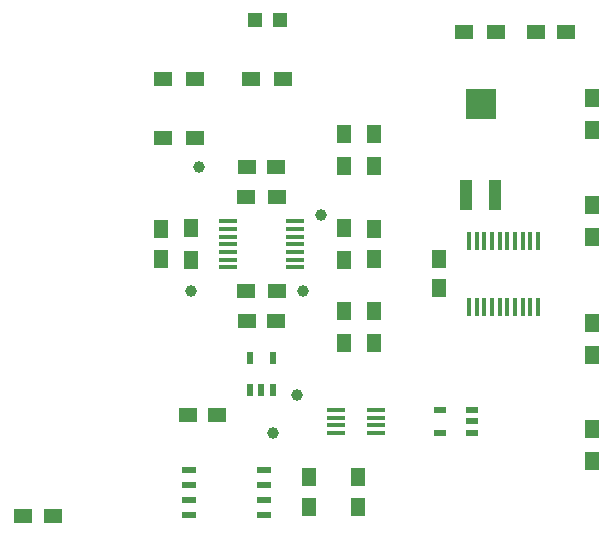
<source format=gtp>
G04 #@! TF.FileFunction,Paste,Top*
%FSLAX46Y46*%
G04 Gerber Fmt 4.6, Leading zero omitted, Abs format (unit mm)*
G04 Created by KiCad (PCBNEW 4.0.6) date 03/10/17 18:24:38*
%MOMM*%
%LPD*%
G01*
G04 APERTURE LIST*
%ADD10C,0.150000*%
%ADD11R,1.250000X1.500000*%
%ADD12R,1.500000X1.250000*%
%ADD13R,1.198880X1.198880*%
%ADD14R,1.300000X1.500000*%
%ADD15R,1.500000X1.300000*%
%ADD16R,1.600000X0.350000*%
%ADD17R,0.600000X1.050000*%
%ADD18R,1.600000X0.300000*%
%ADD19R,0.350000X1.600000*%
%ADD20R,1.050000X0.600000*%
%ADD21R,2.500000X2.500000*%
%ADD22R,1.000000X2.500000*%
%ADD23R,1.143000X0.508000*%
%ADD24C,1.000000*%
G04 APERTURE END LIST*
D10*
D11*
X169000000Y-65250000D03*
X169000000Y-67750000D03*
D12*
X158250000Y-60000000D03*
X160750000Y-60000000D03*
D11*
X151000000Y-65250000D03*
X151000000Y-67750000D03*
D12*
X158250000Y-73000000D03*
X160750000Y-73000000D03*
X153250000Y-81000000D03*
X155750000Y-81000000D03*
D11*
X174500000Y-70250000D03*
X174500000Y-67750000D03*
D12*
X182750000Y-48500000D03*
X185250000Y-48500000D03*
D13*
X161049020Y-47500000D03*
X158950980Y-47500000D03*
D14*
X166500000Y-65150000D03*
X166500000Y-67850000D03*
D15*
X158150000Y-62500000D03*
X160850000Y-62500000D03*
D14*
X153500000Y-65150000D03*
X153500000Y-67850000D03*
D15*
X158150000Y-70500000D03*
X160850000Y-70500000D03*
D14*
X166500000Y-57150000D03*
X166500000Y-59850000D03*
X169000000Y-57150000D03*
X169000000Y-59850000D03*
D15*
X176650000Y-48500000D03*
X179350000Y-48500000D03*
D14*
X187500000Y-73150000D03*
X187500000Y-75850000D03*
X187500000Y-63150000D03*
X187500000Y-65850000D03*
X187500000Y-54150000D03*
X187500000Y-56850000D03*
D15*
X161350000Y-52500000D03*
X158650000Y-52500000D03*
D14*
X187500000Y-84850000D03*
X187500000Y-82150000D03*
D15*
X151150000Y-57500000D03*
X153850000Y-57500000D03*
X151150000Y-52500000D03*
X153850000Y-52500000D03*
D14*
X166500000Y-72150000D03*
X166500000Y-74850000D03*
X169000000Y-72150000D03*
X169000000Y-74850000D03*
D16*
X162300000Y-68450000D03*
X162300000Y-67800000D03*
X162300000Y-67150000D03*
X162300000Y-66500000D03*
X162300000Y-65850000D03*
X162300000Y-65200000D03*
X162300000Y-64550000D03*
X156700000Y-64550000D03*
X156700000Y-65200000D03*
X156700000Y-65850000D03*
X156700000Y-66500000D03*
X156700000Y-67150000D03*
X156700000Y-67800000D03*
X156700000Y-68450000D03*
D17*
X158550000Y-76150000D03*
X160450000Y-76150000D03*
X158550000Y-78850000D03*
X159500000Y-78850000D03*
X160450000Y-78850000D03*
D18*
X165800000Y-80525000D03*
X165800000Y-81175000D03*
X165800000Y-81825000D03*
X165800000Y-82475000D03*
X169200000Y-82475000D03*
X169200000Y-81825000D03*
X169200000Y-81175000D03*
X169200000Y-80525000D03*
D19*
X177075000Y-71800000D03*
X177725000Y-71800000D03*
X178375000Y-71800000D03*
X179025000Y-71800000D03*
X179675000Y-71800000D03*
X180325000Y-71800000D03*
X180975000Y-71800000D03*
X181625000Y-71800000D03*
X182275000Y-71800000D03*
X182925000Y-71800000D03*
X182925000Y-66200000D03*
X182275000Y-66200000D03*
X181625000Y-66200000D03*
X180975000Y-66200000D03*
X180325000Y-66200000D03*
X179675000Y-66200000D03*
X179025000Y-66200000D03*
X178375000Y-66200000D03*
X177725000Y-66200000D03*
X177075000Y-66200000D03*
D20*
X174650000Y-82450000D03*
X174650000Y-80550000D03*
X177350000Y-82450000D03*
X177350000Y-81500000D03*
X177350000Y-80550000D03*
D21*
X178050000Y-54625000D03*
D22*
X179300000Y-62375000D03*
X176800000Y-62375000D03*
D12*
X139350000Y-89500000D03*
X141850000Y-89500000D03*
D11*
X163500000Y-86250000D03*
X163500000Y-88750000D03*
X167700000Y-86250000D03*
X167700000Y-88750000D03*
D23*
X153325000Y-89405000D03*
X153325000Y-88135000D03*
X153325000Y-86865000D03*
X153325000Y-85595000D03*
X159675000Y-85595000D03*
X159675000Y-86865000D03*
X159675000Y-88135000D03*
X159675000Y-89405000D03*
D24*
X164500000Y-64000000D03*
X154250000Y-60000000D03*
X153500000Y-70500000D03*
X163000000Y-70500000D03*
X162500000Y-79250000D03*
X160500000Y-82500000D03*
M02*

</source>
